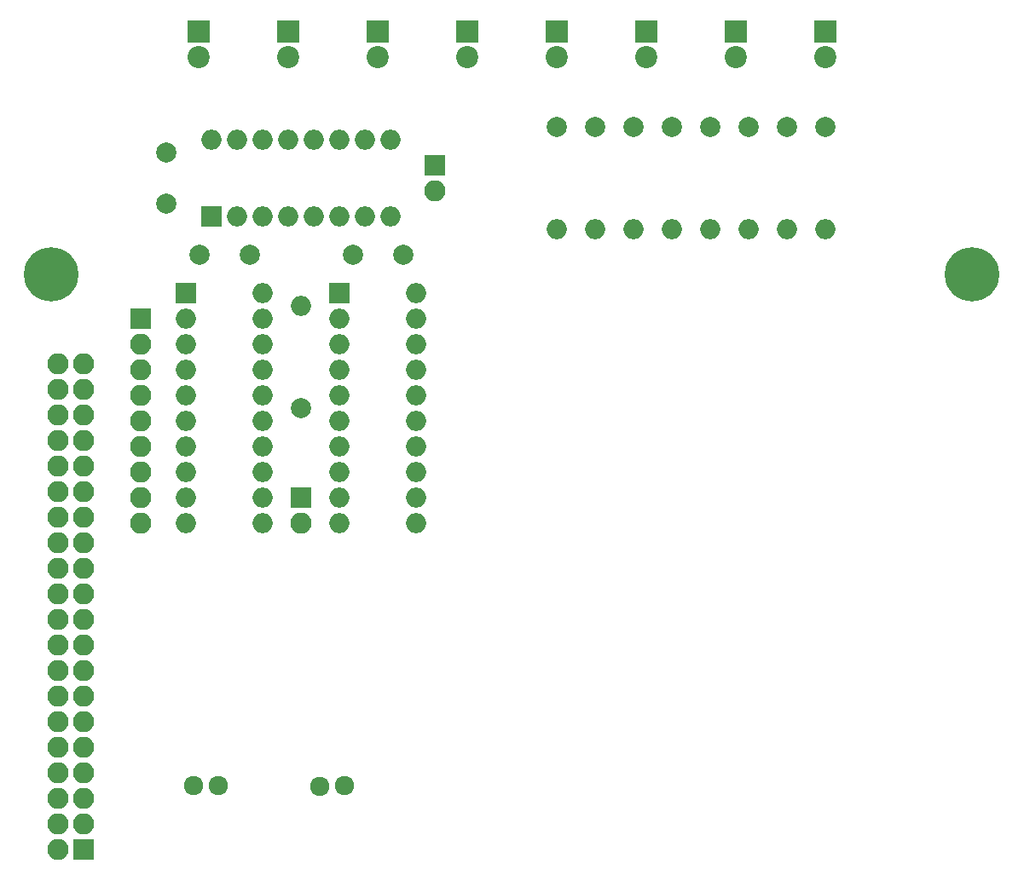
<source format=gbs>
G04 #@! TF.FileFunction,Soldermask,Bot*
%FSLAX46Y46*%
G04 Gerber Fmt 4.6, Leading zero omitted, Abs format (unit mm)*
G04 Created by KiCad (PCBNEW 4.0.7) date 12/03/19 23:34:14*
%MOMM*%
%LPD*%
G01*
G04 APERTURE LIST*
%ADD10C,0.100000*%
%ADD11R,2.000000X2.000000*%
%ADD12O,2.000000X2.000000*%
%ADD13R,2.100000X2.100000*%
%ADD14O,2.100000X2.100000*%
%ADD15C,5.400000*%
%ADD16C,2.000000*%
%ADD17R,2.200000X2.200000*%
%ADD18C,2.200000*%
%ADD19C,1.924000*%
G04 APERTURE END LIST*
D10*
D11*
X117475000Y-76835000D03*
D12*
X125095000Y-99695000D03*
X117475000Y-79375000D03*
X125095000Y-97155000D03*
X117475000Y-81915000D03*
X125095000Y-94615000D03*
X117475000Y-84455000D03*
X125095000Y-92075000D03*
X117475000Y-86995000D03*
X125095000Y-89535000D03*
X117475000Y-89535000D03*
X125095000Y-86995000D03*
X117475000Y-92075000D03*
X125095000Y-84455000D03*
X117475000Y-94615000D03*
X125095000Y-81915000D03*
X117475000Y-97155000D03*
X125095000Y-79375000D03*
X117475000Y-99695000D03*
X125095000Y-76835000D03*
D13*
X107315000Y-132080000D03*
D14*
X104775000Y-132080000D03*
X107315000Y-129540000D03*
X104775000Y-129540000D03*
X107315000Y-127000000D03*
X104775000Y-127000000D03*
X107315000Y-124460000D03*
X104775000Y-124460000D03*
X107315000Y-121920000D03*
X104775000Y-121920000D03*
X107315000Y-119380000D03*
X104775000Y-119380000D03*
X107315000Y-116840000D03*
X104775000Y-116840000D03*
X107315000Y-114300000D03*
X104775000Y-114300000D03*
X107315000Y-111760000D03*
X104775000Y-111760000D03*
X107315000Y-109220000D03*
X104775000Y-109220000D03*
X107315000Y-106680000D03*
X104775000Y-106680000D03*
X107315000Y-104140000D03*
X104775000Y-104140000D03*
X107315000Y-101600000D03*
X104775000Y-101600000D03*
X107315000Y-99060000D03*
X104775000Y-99060000D03*
X107315000Y-96520000D03*
X104775000Y-96520000D03*
X107315000Y-93980000D03*
X104775000Y-93980000D03*
X107315000Y-91440000D03*
X104775000Y-91440000D03*
X107315000Y-88900000D03*
X104775000Y-88900000D03*
X107315000Y-86360000D03*
X104775000Y-86360000D03*
X107315000Y-83820000D03*
X104775000Y-83820000D03*
D15*
X195580000Y-74930000D03*
X104140000Y-74930000D03*
D16*
X139065000Y-73025000D03*
X134065000Y-73025000D03*
X123825000Y-73025000D03*
X118825000Y-73025000D03*
X180975000Y-60325000D03*
D12*
X180975000Y-70485000D03*
D16*
X177165000Y-60325000D03*
D12*
X177165000Y-70485000D03*
D16*
X173355000Y-60325000D03*
D12*
X173355000Y-70485000D03*
D16*
X169545000Y-60325000D03*
D12*
X169545000Y-70485000D03*
D16*
X165735000Y-60325000D03*
D12*
X165735000Y-70485000D03*
D16*
X161925000Y-60325000D03*
D12*
X161925000Y-70485000D03*
D16*
X158115000Y-60325000D03*
D12*
X158115000Y-70485000D03*
D16*
X154305000Y-60325000D03*
D12*
X154305000Y-70485000D03*
D11*
X132715000Y-76835000D03*
D12*
X140335000Y-99695000D03*
X132715000Y-79375000D03*
X140335000Y-97155000D03*
X132715000Y-81915000D03*
X140335000Y-94615000D03*
X132715000Y-84455000D03*
X140335000Y-92075000D03*
X132715000Y-86995000D03*
X140335000Y-89535000D03*
X132715000Y-89535000D03*
X140335000Y-86995000D03*
X132715000Y-92075000D03*
X140335000Y-84455000D03*
X132715000Y-94615000D03*
X140335000Y-81915000D03*
X132715000Y-97155000D03*
X140335000Y-79375000D03*
X132715000Y-99695000D03*
X140335000Y-76835000D03*
D17*
X180975000Y-50800000D03*
D18*
X180975000Y-53340000D03*
D17*
X163195000Y-50800000D03*
D18*
X163195000Y-53340000D03*
D17*
X154305000Y-50800000D03*
D18*
X154305000Y-53340000D03*
D17*
X145415000Y-50800000D03*
D18*
X145415000Y-53340000D03*
D17*
X136525000Y-50800000D03*
D18*
X136525000Y-53340000D03*
D17*
X127635000Y-50800000D03*
D18*
X127635000Y-53340000D03*
D17*
X118745000Y-50800000D03*
D18*
X118745000Y-53340000D03*
D19*
X130730000Y-125857000D03*
X120730000Y-125730000D03*
X118230000Y-125730000D03*
X133230000Y-125730000D03*
D17*
X172085000Y-50800000D03*
D18*
X172085000Y-53340000D03*
D16*
X128905000Y-88265000D03*
D12*
X128905000Y-78105000D03*
D16*
X115570000Y-62865000D03*
X115570000Y-67865000D03*
D13*
X128905000Y-97155000D03*
D14*
X128905000Y-99695000D03*
D11*
X120015000Y-69215000D03*
D12*
X137795000Y-61595000D03*
X122555000Y-69215000D03*
X135255000Y-61595000D03*
X125095000Y-69215000D03*
X132715000Y-61595000D03*
X127635000Y-69215000D03*
X130175000Y-61595000D03*
X130175000Y-69215000D03*
X127635000Y-61595000D03*
X132715000Y-69215000D03*
X125095000Y-61595000D03*
X135255000Y-69215000D03*
X122555000Y-61595000D03*
X137795000Y-69215000D03*
X120015000Y-61595000D03*
D13*
X113030000Y-79375000D03*
D14*
X113030000Y-81915000D03*
X113030000Y-84455000D03*
X113030000Y-86995000D03*
X113030000Y-89535000D03*
X113030000Y-92075000D03*
X113030000Y-94615000D03*
X113030000Y-97155000D03*
X113030000Y-99695000D03*
D13*
X142240000Y-64135000D03*
D14*
X142240000Y-66675000D03*
M02*

</source>
